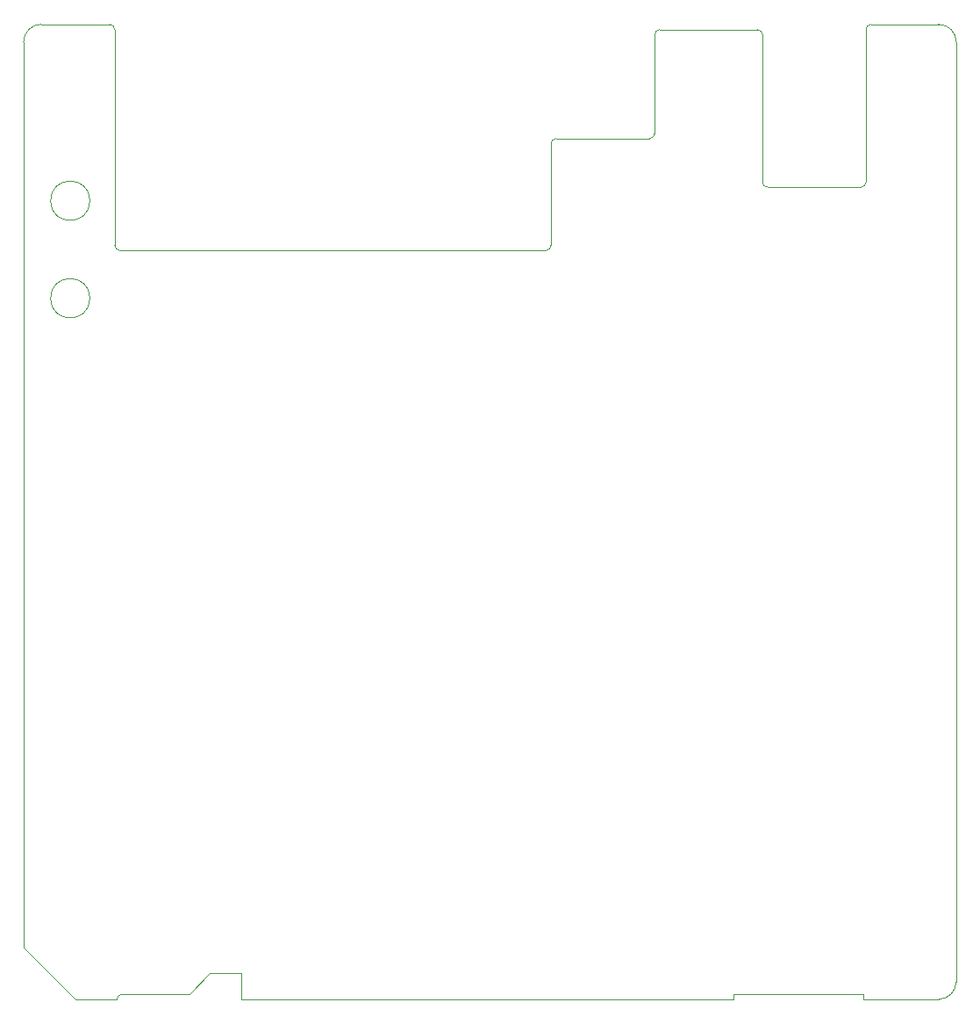
<source format=gm1>
G04 #@! TF.GenerationSoftware,KiCad,Pcbnew,(5.1.8)-1*
G04 #@! TF.CreationDate,2021-11-04T15:10:50+01:00*
G04 #@! TF.ProjectId,Greaseweazle FB1,47726561-7365-4776-9561-7a6c65204642,rev?*
G04 #@! TF.SameCoordinates,Original*
G04 #@! TF.FileFunction,Profile,NP*
%FSLAX46Y46*%
G04 Gerber Fmt 4.6, Leading zero omitted, Abs format (unit mm)*
G04 Created by KiCad (PCBNEW (5.1.8)-1) date 2021-11-04 15:10:50*
%MOMM*%
%LPD*%
G01*
G04 APERTURE LIST*
G04 #@! TA.AperFunction,Profile*
%ADD10C,0.050000*%
G04 #@! TD*
G04 APERTURE END LIST*
D10*
X158900000Y-66500000D02*
G75*
G02*
X159400000Y-66000000I500000J0D01*
G01*
X159400000Y-66000000D02*
X168400000Y-66000000D01*
X158900000Y-76300000D02*
X158900000Y-66500000D01*
X158900000Y-76300000D02*
G75*
G02*
X158400000Y-76800000I-500000J0D01*
G01*
X188800000Y-70700000D02*
X179800000Y-70700000D01*
X189300000Y-55500000D02*
X189300000Y-70200000D01*
X189300000Y-70200000D02*
G75*
G02*
X188800000Y-70700000I-500000J0D01*
G01*
X179300000Y-70200000D02*
X179300000Y-56000000D01*
X179800000Y-70700000D02*
G75*
G02*
X179300000Y-70200000I0J500000D01*
G01*
X178800000Y-55500000D02*
G75*
G02*
X179300000Y-56000000I0J-500000D01*
G01*
X168900000Y-56000000D02*
G75*
G02*
X169400000Y-55500000I500000J0D01*
G01*
X168900000Y-56000000D02*
X168900000Y-65500000D01*
X178800000Y-55500000D02*
X169400000Y-55500000D01*
X168900000Y-65500000D02*
G75*
G02*
X168400000Y-66000000I-500000J0D01*
G01*
X117300000Y-76800000D02*
G75*
G02*
X116800000Y-76300000I0J500000D01*
G01*
X117300000Y-76800000D02*
X158400000Y-76800000D01*
X114400000Y-81407000D02*
G75*
G03*
X114400000Y-81407000I-1900000J0D01*
G01*
X114400000Y-72009000D02*
G75*
G03*
X114400000Y-72009000I-1900000J0D01*
G01*
X198000000Y-147300000D02*
G75*
G02*
X196300000Y-149000000I-1700000J0D01*
G01*
X196300000Y-55000000D02*
G75*
G02*
X198000000Y-56700000I0J-1700000D01*
G01*
X176500000Y-148500000D02*
X185000000Y-148500000D01*
X176500000Y-149000000D02*
X176500000Y-148500000D01*
X189000000Y-149000000D02*
X196300000Y-149000000D01*
X189000000Y-148500000D02*
X185000000Y-148500000D01*
X189000000Y-149000000D02*
X189000000Y-148500000D01*
X117000000Y-149000000D02*
X113000000Y-149000000D01*
X129000000Y-146500000D02*
X129000000Y-149000000D01*
X117000000Y-149000000D02*
G75*
G02*
X117500000Y-148500000I500000J0D01*
G01*
X126000000Y-146500000D02*
X129000000Y-146500000D01*
X124000000Y-148500000D02*
X126000000Y-146500000D01*
X117500000Y-148500000D02*
X124000000Y-148500000D01*
X113000000Y-149000000D02*
X108000000Y-144000000D01*
X189300000Y-55500000D02*
G75*
G02*
X189800000Y-55000000I500000J0D01*
G01*
X116300000Y-55000000D02*
G75*
G02*
X116800000Y-55500000I0J-500000D01*
G01*
X109700000Y-55000000D02*
X116300000Y-55000000D01*
X116800000Y-55500000D02*
X116800000Y-76300000D01*
X108000000Y-56700000D02*
G75*
G02*
X109700000Y-55000000I1700000J0D01*
G01*
X108000000Y-144000000D02*
X108000000Y-56700000D01*
X176500000Y-149000000D02*
X129000000Y-149000000D01*
X198000000Y-56700000D02*
X198000000Y-147300000D01*
X189800000Y-55000000D02*
X196300000Y-55000000D01*
M02*

</source>
